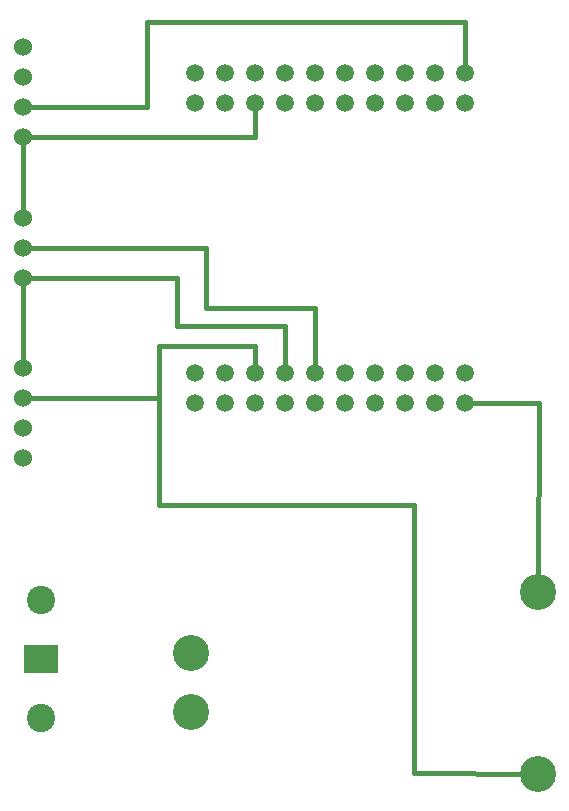
<source format=gbl>
G04 Layer: BottomLayer*
G04 EasyEDA v6.5.9, 2022-08-04 20:05:31*
G04 f7d3399ff3ef42be8c4f0a230c2b0d44,4bb84c5f6c124816bf94f4484d05adb3,10*
G04 Gerber Generator version 0.2*
G04 Scale: 100 percent, Rotated: No, Reflected: No *
G04 Dimensions in millimeters *
G04 leading zeros omitted , absolute positions ,4 integer and 5 decimal *
%FSLAX45Y45*%
%MOMM*%

%ADD10C,0.4000*%
%ADD11R,3.0000X2.4000*%
%ADD12C,2.4000*%
%ADD13C,1.5080*%
%ADD14C,3.0480*%
%ADD15C,3.0500*%
%ADD16C,1.5240*%

%LPD*%
D10*
X5366258Y3780536D02*
G01*
X5277355Y3780536D01*
X5273291Y3784600D01*
X4749800Y9740900D02*
G01*
X4749800Y10172700D01*
X2057400Y10172700D01*
X2057400Y9448800D01*
X1003300Y9448800D01*
X2971800Y9486900D02*
G01*
X2971800Y9194800D01*
X1003300Y9194800D01*
X1003300Y8509000D02*
G01*
X1003300Y9194800D01*
X2552700Y8255000D02*
G01*
X1003300Y8255000D01*
X3479800Y7200900D02*
G01*
X3479800Y7747000D01*
X2552700Y7747000D01*
X2552700Y8255000D01*
X1003300Y8001000D02*
G01*
X2311400Y8001000D01*
X2311400Y8001000D02*
G01*
X2311400Y7594600D01*
X3225800Y7594600D01*
X3225800Y7200900D01*
X1003300Y8001000D02*
G01*
X1003300Y7340600D01*
X1003300Y7239000D01*
X5366258Y5345937D02*
G01*
X5366258Y5345937D01*
X5372100Y6946900D01*
X4749800Y6946900D01*
X1003300Y6985000D02*
G01*
X1003300Y6985000D01*
X2159000Y6987585D01*
X5366258Y3805936D02*
G01*
X5366258Y3805936D01*
X4318000Y3810000D01*
X4318000Y6083300D01*
X2159000Y6083300D01*
X2159000Y7429500D01*
X2971800Y7429500D01*
X2971800Y7200900D01*
D11*
G01*
X1161313Y4774488D03*
D12*
G01*
X1161313Y5274513D03*
G01*
X1161313Y4274489D03*
D13*
G01*
X2463800Y9740900D03*
G01*
X2463800Y9486900D03*
G01*
X2717800Y9740900D03*
G01*
X2717800Y9486900D03*
G01*
X2971800Y9740900D03*
G01*
X2971800Y9486900D03*
G01*
X3225800Y9740900D03*
G01*
X3225800Y9486900D03*
G01*
X3479800Y9740900D03*
G01*
X3479800Y9486900D03*
G01*
X3733800Y9740900D03*
G01*
X3733800Y9486900D03*
G01*
X3987800Y9740900D03*
G01*
X3987800Y9486900D03*
G01*
X4241800Y9740900D03*
G01*
X4241800Y9486900D03*
G01*
X4495800Y9740900D03*
G01*
X4495800Y9486900D03*
G01*
X4749800Y9740900D03*
G01*
X4749800Y9486900D03*
G01*
X2463800Y6946900D03*
G01*
X2463800Y7200900D03*
G01*
X2717800Y7200900D03*
G01*
X2971800Y7200900D03*
G01*
X3225800Y7200900D03*
G01*
X3479800Y7200900D03*
G01*
X3733800Y7200900D03*
G01*
X3987800Y7200900D03*
G01*
X4241800Y7200900D03*
G01*
X4495800Y7200900D03*
G01*
X4749800Y7200900D03*
G01*
X4749800Y6946900D03*
G01*
X4495800Y6946900D03*
G01*
X4241800Y6946900D03*
G01*
X3987800Y6946900D03*
G01*
X3733800Y6946900D03*
G01*
X3479800Y6946900D03*
G01*
X3225800Y6946900D03*
G01*
X2971800Y6946900D03*
G01*
X2717800Y6946900D03*
D14*
G01*
X5366258Y5345937D03*
G01*
X5366258Y3805936D03*
G01*
X2426208Y4825745D03*
D15*
G01*
X2426208Y4325873D03*
D16*
G01*
X1003300Y8509000D03*
G01*
X1003300Y8255000D03*
G01*
X1003300Y8001000D03*
G01*
X1003300Y9956800D03*
G01*
X1003300Y9702800D03*
G01*
X1003300Y9448800D03*
G01*
X1003300Y9194800D03*
G01*
X1003300Y7239000D03*
G01*
X1003300Y6985000D03*
G01*
X1003300Y6731000D03*
G01*
X1003300Y6477000D03*
M02*

</source>
